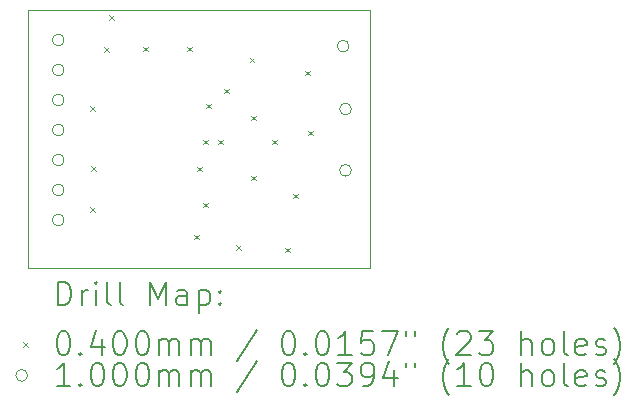
<source format=gbr>
%TF.GenerationSoftware,KiCad,Pcbnew,(6.0.9)*%
%TF.CreationDate,2023-09-05T16:33:00-05:00*%
%TF.ProjectId,Pulse_Temp,50756c73-655f-4546-956d-702e6b696361,rev?*%
%TF.SameCoordinates,Original*%
%TF.FileFunction,Drillmap*%
%TF.FilePolarity,Positive*%
%FSLAX45Y45*%
G04 Gerber Fmt 4.5, Leading zero omitted, Abs format (unit mm)*
G04 Created by KiCad (PCBNEW (6.0.9)) date 2023-09-05 16:33:00*
%MOMM*%
%LPD*%
G01*
G04 APERTURE LIST*
%ADD10C,0.100000*%
%ADD11C,0.200000*%
%ADD12C,0.040000*%
G04 APERTURE END LIST*
D10*
X18237200Y-9245600D02*
X15341600Y-9245600D01*
X15341600Y-7061200D01*
X18237200Y-7061200D01*
X18237200Y-9245600D01*
D11*
D12*
X15866017Y-7874808D02*
X15906017Y-7914808D01*
X15906017Y-7874808D02*
X15866017Y-7914808D01*
X15868130Y-8730730D02*
X15908130Y-8770730D01*
X15908130Y-8730730D02*
X15868130Y-8770730D01*
X15875970Y-8381670D02*
X15915970Y-8421670D01*
X15915970Y-8381670D02*
X15875970Y-8421670D01*
X15982000Y-7375150D02*
X16022000Y-7415150D01*
X16022000Y-7375150D02*
X15982000Y-7415150D01*
X16027720Y-7102160D02*
X16067720Y-7142160D01*
X16067720Y-7102160D02*
X16027720Y-7142160D01*
X16312200Y-7371400D02*
X16352200Y-7411400D01*
X16352200Y-7371400D02*
X16312200Y-7411400D01*
X16688120Y-7371400D02*
X16728120Y-7411400D01*
X16728120Y-7371400D02*
X16688120Y-7411400D01*
X16744000Y-8961440D02*
X16784000Y-9001440D01*
X16784000Y-8961440D02*
X16744000Y-9001440D01*
X16769400Y-8387400D02*
X16809400Y-8427400D01*
X16809400Y-8387400D02*
X16769400Y-8427400D01*
X16820200Y-8158800D02*
X16860200Y-8198800D01*
X16860200Y-8158800D02*
X16820200Y-8198800D01*
X16820200Y-8692200D02*
X16860200Y-8732200D01*
X16860200Y-8692200D02*
X16820200Y-8732200D01*
X16845600Y-7854000D02*
X16885600Y-7894000D01*
X16885600Y-7854000D02*
X16845600Y-7894000D01*
X16947200Y-8158800D02*
X16987200Y-8198800D01*
X16987200Y-8158800D02*
X16947200Y-8198800D01*
X16998000Y-7727000D02*
X17038000Y-7767000D01*
X17038000Y-7727000D02*
X16998000Y-7767000D01*
X17104680Y-9052880D02*
X17144680Y-9092880D01*
X17144680Y-9052880D02*
X17104680Y-9092880D01*
X17216440Y-7462840D02*
X17256440Y-7502840D01*
X17256440Y-7462840D02*
X17216440Y-7502840D01*
X17226600Y-7955600D02*
X17266600Y-7995600D01*
X17266600Y-7955600D02*
X17226600Y-7995600D01*
X17226600Y-8463600D02*
X17266600Y-8503600D01*
X17266600Y-8463600D02*
X17226600Y-8503600D01*
X17404400Y-8158800D02*
X17444400Y-8198800D01*
X17444400Y-8158800D02*
X17404400Y-8198800D01*
X17516160Y-9073200D02*
X17556160Y-9113200D01*
X17556160Y-9073200D02*
X17516160Y-9113200D01*
X17582630Y-8615570D02*
X17622630Y-8655570D01*
X17622630Y-8615570D02*
X17582630Y-8655570D01*
X17683800Y-7574600D02*
X17723800Y-7614600D01*
X17723800Y-7574600D02*
X17683800Y-7614600D01*
X17709200Y-8082600D02*
X17749200Y-8122600D01*
X17749200Y-8082600D02*
X17709200Y-8122600D01*
D10*
X15645600Y-7314700D02*
G75*
G03*
X15645600Y-7314700I-50000J0D01*
G01*
X15645600Y-7568700D02*
G75*
G03*
X15645600Y-7568700I-50000J0D01*
G01*
X15645600Y-7822700D02*
G75*
G03*
X15645600Y-7822700I-50000J0D01*
G01*
X15645600Y-8076700D02*
G75*
G03*
X15645600Y-8076700I-50000J0D01*
G01*
X15645600Y-8330700D02*
G75*
G03*
X15645600Y-8330700I-50000J0D01*
G01*
X15645600Y-8584700D02*
G75*
G03*
X15645600Y-8584700I-50000J0D01*
G01*
X15645600Y-8838700D02*
G75*
G03*
X15645600Y-8838700I-50000J0D01*
G01*
X18058600Y-7366000D02*
G75*
G03*
X18058600Y-7366000I-50000J0D01*
G01*
X18078920Y-7899400D02*
G75*
G03*
X18078920Y-7899400I-50000J0D01*
G01*
X18078920Y-8417560D02*
G75*
G03*
X18078920Y-8417560I-50000J0D01*
G01*
D11*
X15594219Y-9561076D02*
X15594219Y-9361076D01*
X15641838Y-9361076D01*
X15670409Y-9370600D01*
X15689457Y-9389648D01*
X15698981Y-9408695D01*
X15708505Y-9446790D01*
X15708505Y-9475362D01*
X15698981Y-9513457D01*
X15689457Y-9532505D01*
X15670409Y-9551552D01*
X15641838Y-9561076D01*
X15594219Y-9561076D01*
X15794219Y-9561076D02*
X15794219Y-9427743D01*
X15794219Y-9465838D02*
X15803743Y-9446790D01*
X15813267Y-9437267D01*
X15832314Y-9427743D01*
X15851362Y-9427743D01*
X15918028Y-9561076D02*
X15918028Y-9427743D01*
X15918028Y-9361076D02*
X15908505Y-9370600D01*
X15918028Y-9380124D01*
X15927552Y-9370600D01*
X15918028Y-9361076D01*
X15918028Y-9380124D01*
X16041838Y-9561076D02*
X16022790Y-9551552D01*
X16013267Y-9532505D01*
X16013267Y-9361076D01*
X16146600Y-9561076D02*
X16127552Y-9551552D01*
X16118028Y-9532505D01*
X16118028Y-9361076D01*
X16375171Y-9561076D02*
X16375171Y-9361076D01*
X16441838Y-9503933D01*
X16508505Y-9361076D01*
X16508505Y-9561076D01*
X16689457Y-9561076D02*
X16689457Y-9456314D01*
X16679933Y-9437267D01*
X16660886Y-9427743D01*
X16622790Y-9427743D01*
X16603743Y-9437267D01*
X16689457Y-9551552D02*
X16670409Y-9561076D01*
X16622790Y-9561076D01*
X16603743Y-9551552D01*
X16594219Y-9532505D01*
X16594219Y-9513457D01*
X16603743Y-9494410D01*
X16622790Y-9484886D01*
X16670409Y-9484886D01*
X16689457Y-9475362D01*
X16784695Y-9427743D02*
X16784695Y-9627743D01*
X16784695Y-9437267D02*
X16803743Y-9427743D01*
X16841838Y-9427743D01*
X16860886Y-9437267D01*
X16870410Y-9446790D01*
X16879933Y-9465838D01*
X16879933Y-9522981D01*
X16870410Y-9542029D01*
X16860886Y-9551552D01*
X16841838Y-9561076D01*
X16803743Y-9561076D01*
X16784695Y-9551552D01*
X16965648Y-9542029D02*
X16975171Y-9551552D01*
X16965648Y-9561076D01*
X16956124Y-9551552D01*
X16965648Y-9542029D01*
X16965648Y-9561076D01*
X16965648Y-9437267D02*
X16975171Y-9446790D01*
X16965648Y-9456314D01*
X16956124Y-9446790D01*
X16965648Y-9437267D01*
X16965648Y-9456314D01*
D12*
X15296600Y-9870600D02*
X15336600Y-9910600D01*
X15336600Y-9870600D02*
X15296600Y-9910600D01*
D11*
X15632314Y-9781076D02*
X15651362Y-9781076D01*
X15670409Y-9790600D01*
X15679933Y-9800124D01*
X15689457Y-9819171D01*
X15698981Y-9857267D01*
X15698981Y-9904886D01*
X15689457Y-9942981D01*
X15679933Y-9962029D01*
X15670409Y-9971552D01*
X15651362Y-9981076D01*
X15632314Y-9981076D01*
X15613267Y-9971552D01*
X15603743Y-9962029D01*
X15594219Y-9942981D01*
X15584695Y-9904886D01*
X15584695Y-9857267D01*
X15594219Y-9819171D01*
X15603743Y-9800124D01*
X15613267Y-9790600D01*
X15632314Y-9781076D01*
X15784695Y-9962029D02*
X15794219Y-9971552D01*
X15784695Y-9981076D01*
X15775171Y-9971552D01*
X15784695Y-9962029D01*
X15784695Y-9981076D01*
X15965648Y-9847743D02*
X15965648Y-9981076D01*
X15918028Y-9771552D02*
X15870409Y-9914410D01*
X15994219Y-9914410D01*
X16108505Y-9781076D02*
X16127552Y-9781076D01*
X16146600Y-9790600D01*
X16156124Y-9800124D01*
X16165648Y-9819171D01*
X16175171Y-9857267D01*
X16175171Y-9904886D01*
X16165648Y-9942981D01*
X16156124Y-9962029D01*
X16146600Y-9971552D01*
X16127552Y-9981076D01*
X16108505Y-9981076D01*
X16089457Y-9971552D01*
X16079933Y-9962029D01*
X16070409Y-9942981D01*
X16060886Y-9904886D01*
X16060886Y-9857267D01*
X16070409Y-9819171D01*
X16079933Y-9800124D01*
X16089457Y-9790600D01*
X16108505Y-9781076D01*
X16298981Y-9781076D02*
X16318028Y-9781076D01*
X16337076Y-9790600D01*
X16346600Y-9800124D01*
X16356124Y-9819171D01*
X16365648Y-9857267D01*
X16365648Y-9904886D01*
X16356124Y-9942981D01*
X16346600Y-9962029D01*
X16337076Y-9971552D01*
X16318028Y-9981076D01*
X16298981Y-9981076D01*
X16279933Y-9971552D01*
X16270409Y-9962029D01*
X16260886Y-9942981D01*
X16251362Y-9904886D01*
X16251362Y-9857267D01*
X16260886Y-9819171D01*
X16270409Y-9800124D01*
X16279933Y-9790600D01*
X16298981Y-9781076D01*
X16451362Y-9981076D02*
X16451362Y-9847743D01*
X16451362Y-9866790D02*
X16460886Y-9857267D01*
X16479933Y-9847743D01*
X16508505Y-9847743D01*
X16527552Y-9857267D01*
X16537076Y-9876314D01*
X16537076Y-9981076D01*
X16537076Y-9876314D02*
X16546600Y-9857267D01*
X16565648Y-9847743D01*
X16594219Y-9847743D01*
X16613267Y-9857267D01*
X16622790Y-9876314D01*
X16622790Y-9981076D01*
X16718028Y-9981076D02*
X16718028Y-9847743D01*
X16718028Y-9866790D02*
X16727552Y-9857267D01*
X16746600Y-9847743D01*
X16775171Y-9847743D01*
X16794219Y-9857267D01*
X16803743Y-9876314D01*
X16803743Y-9981076D01*
X16803743Y-9876314D02*
X16813267Y-9857267D01*
X16832314Y-9847743D01*
X16860886Y-9847743D01*
X16879933Y-9857267D01*
X16889457Y-9876314D01*
X16889457Y-9981076D01*
X17279933Y-9771552D02*
X17108505Y-10028695D01*
X17537076Y-9781076D02*
X17556124Y-9781076D01*
X17575171Y-9790600D01*
X17584695Y-9800124D01*
X17594219Y-9819171D01*
X17603743Y-9857267D01*
X17603743Y-9904886D01*
X17594219Y-9942981D01*
X17584695Y-9962029D01*
X17575171Y-9971552D01*
X17556124Y-9981076D01*
X17537076Y-9981076D01*
X17518029Y-9971552D01*
X17508505Y-9962029D01*
X17498981Y-9942981D01*
X17489457Y-9904886D01*
X17489457Y-9857267D01*
X17498981Y-9819171D01*
X17508505Y-9800124D01*
X17518029Y-9790600D01*
X17537076Y-9781076D01*
X17689457Y-9962029D02*
X17698981Y-9971552D01*
X17689457Y-9981076D01*
X17679933Y-9971552D01*
X17689457Y-9962029D01*
X17689457Y-9981076D01*
X17822790Y-9781076D02*
X17841838Y-9781076D01*
X17860886Y-9790600D01*
X17870410Y-9800124D01*
X17879933Y-9819171D01*
X17889457Y-9857267D01*
X17889457Y-9904886D01*
X17879933Y-9942981D01*
X17870410Y-9962029D01*
X17860886Y-9971552D01*
X17841838Y-9981076D01*
X17822790Y-9981076D01*
X17803743Y-9971552D01*
X17794219Y-9962029D01*
X17784695Y-9942981D01*
X17775171Y-9904886D01*
X17775171Y-9857267D01*
X17784695Y-9819171D01*
X17794219Y-9800124D01*
X17803743Y-9790600D01*
X17822790Y-9781076D01*
X18079933Y-9981076D02*
X17965648Y-9981076D01*
X18022790Y-9981076D02*
X18022790Y-9781076D01*
X18003743Y-9809648D01*
X17984695Y-9828695D01*
X17965648Y-9838219D01*
X18260886Y-9781076D02*
X18165648Y-9781076D01*
X18156124Y-9876314D01*
X18165648Y-9866790D01*
X18184695Y-9857267D01*
X18232314Y-9857267D01*
X18251362Y-9866790D01*
X18260886Y-9876314D01*
X18270410Y-9895362D01*
X18270410Y-9942981D01*
X18260886Y-9962029D01*
X18251362Y-9971552D01*
X18232314Y-9981076D01*
X18184695Y-9981076D01*
X18165648Y-9971552D01*
X18156124Y-9962029D01*
X18337076Y-9781076D02*
X18470410Y-9781076D01*
X18384695Y-9981076D01*
X18537076Y-9781076D02*
X18537076Y-9819171D01*
X18613267Y-9781076D02*
X18613267Y-9819171D01*
X18908505Y-10057267D02*
X18898981Y-10047743D01*
X18879933Y-10019171D01*
X18870410Y-10000124D01*
X18860886Y-9971552D01*
X18851362Y-9923933D01*
X18851362Y-9885838D01*
X18860886Y-9838219D01*
X18870410Y-9809648D01*
X18879933Y-9790600D01*
X18898981Y-9762029D01*
X18908505Y-9752505D01*
X18975171Y-9800124D02*
X18984695Y-9790600D01*
X19003743Y-9781076D01*
X19051362Y-9781076D01*
X19070410Y-9790600D01*
X19079933Y-9800124D01*
X19089457Y-9819171D01*
X19089457Y-9838219D01*
X19079933Y-9866790D01*
X18965648Y-9981076D01*
X19089457Y-9981076D01*
X19156124Y-9781076D02*
X19279933Y-9781076D01*
X19213267Y-9857267D01*
X19241838Y-9857267D01*
X19260886Y-9866790D01*
X19270410Y-9876314D01*
X19279933Y-9895362D01*
X19279933Y-9942981D01*
X19270410Y-9962029D01*
X19260886Y-9971552D01*
X19241838Y-9981076D01*
X19184695Y-9981076D01*
X19165648Y-9971552D01*
X19156124Y-9962029D01*
X19518029Y-9981076D02*
X19518029Y-9781076D01*
X19603743Y-9981076D02*
X19603743Y-9876314D01*
X19594219Y-9857267D01*
X19575171Y-9847743D01*
X19546600Y-9847743D01*
X19527552Y-9857267D01*
X19518029Y-9866790D01*
X19727552Y-9981076D02*
X19708505Y-9971552D01*
X19698981Y-9962029D01*
X19689457Y-9942981D01*
X19689457Y-9885838D01*
X19698981Y-9866790D01*
X19708505Y-9857267D01*
X19727552Y-9847743D01*
X19756124Y-9847743D01*
X19775171Y-9857267D01*
X19784695Y-9866790D01*
X19794219Y-9885838D01*
X19794219Y-9942981D01*
X19784695Y-9962029D01*
X19775171Y-9971552D01*
X19756124Y-9981076D01*
X19727552Y-9981076D01*
X19908505Y-9981076D02*
X19889457Y-9971552D01*
X19879933Y-9952505D01*
X19879933Y-9781076D01*
X20060886Y-9971552D02*
X20041838Y-9981076D01*
X20003743Y-9981076D01*
X19984695Y-9971552D01*
X19975171Y-9952505D01*
X19975171Y-9876314D01*
X19984695Y-9857267D01*
X20003743Y-9847743D01*
X20041838Y-9847743D01*
X20060886Y-9857267D01*
X20070410Y-9876314D01*
X20070410Y-9895362D01*
X19975171Y-9914410D01*
X20146600Y-9971552D02*
X20165648Y-9981076D01*
X20203743Y-9981076D01*
X20222790Y-9971552D01*
X20232314Y-9952505D01*
X20232314Y-9942981D01*
X20222790Y-9923933D01*
X20203743Y-9914410D01*
X20175171Y-9914410D01*
X20156124Y-9904886D01*
X20146600Y-9885838D01*
X20146600Y-9876314D01*
X20156124Y-9857267D01*
X20175171Y-9847743D01*
X20203743Y-9847743D01*
X20222790Y-9857267D01*
X20298981Y-10057267D02*
X20308505Y-10047743D01*
X20327552Y-10019171D01*
X20337076Y-10000124D01*
X20346600Y-9971552D01*
X20356124Y-9923933D01*
X20356124Y-9885838D01*
X20346600Y-9838219D01*
X20337076Y-9809648D01*
X20327552Y-9790600D01*
X20308505Y-9762029D01*
X20298981Y-9752505D01*
D10*
X15336600Y-10154600D02*
G75*
G03*
X15336600Y-10154600I-50000J0D01*
G01*
D11*
X15698981Y-10245076D02*
X15584695Y-10245076D01*
X15641838Y-10245076D02*
X15641838Y-10045076D01*
X15622790Y-10073648D01*
X15603743Y-10092695D01*
X15584695Y-10102219D01*
X15784695Y-10226029D02*
X15794219Y-10235552D01*
X15784695Y-10245076D01*
X15775171Y-10235552D01*
X15784695Y-10226029D01*
X15784695Y-10245076D01*
X15918028Y-10045076D02*
X15937076Y-10045076D01*
X15956124Y-10054600D01*
X15965648Y-10064124D01*
X15975171Y-10083171D01*
X15984695Y-10121267D01*
X15984695Y-10168886D01*
X15975171Y-10206981D01*
X15965648Y-10226029D01*
X15956124Y-10235552D01*
X15937076Y-10245076D01*
X15918028Y-10245076D01*
X15898981Y-10235552D01*
X15889457Y-10226029D01*
X15879933Y-10206981D01*
X15870409Y-10168886D01*
X15870409Y-10121267D01*
X15879933Y-10083171D01*
X15889457Y-10064124D01*
X15898981Y-10054600D01*
X15918028Y-10045076D01*
X16108505Y-10045076D02*
X16127552Y-10045076D01*
X16146600Y-10054600D01*
X16156124Y-10064124D01*
X16165648Y-10083171D01*
X16175171Y-10121267D01*
X16175171Y-10168886D01*
X16165648Y-10206981D01*
X16156124Y-10226029D01*
X16146600Y-10235552D01*
X16127552Y-10245076D01*
X16108505Y-10245076D01*
X16089457Y-10235552D01*
X16079933Y-10226029D01*
X16070409Y-10206981D01*
X16060886Y-10168886D01*
X16060886Y-10121267D01*
X16070409Y-10083171D01*
X16079933Y-10064124D01*
X16089457Y-10054600D01*
X16108505Y-10045076D01*
X16298981Y-10045076D02*
X16318028Y-10045076D01*
X16337076Y-10054600D01*
X16346600Y-10064124D01*
X16356124Y-10083171D01*
X16365648Y-10121267D01*
X16365648Y-10168886D01*
X16356124Y-10206981D01*
X16346600Y-10226029D01*
X16337076Y-10235552D01*
X16318028Y-10245076D01*
X16298981Y-10245076D01*
X16279933Y-10235552D01*
X16270409Y-10226029D01*
X16260886Y-10206981D01*
X16251362Y-10168886D01*
X16251362Y-10121267D01*
X16260886Y-10083171D01*
X16270409Y-10064124D01*
X16279933Y-10054600D01*
X16298981Y-10045076D01*
X16451362Y-10245076D02*
X16451362Y-10111743D01*
X16451362Y-10130790D02*
X16460886Y-10121267D01*
X16479933Y-10111743D01*
X16508505Y-10111743D01*
X16527552Y-10121267D01*
X16537076Y-10140314D01*
X16537076Y-10245076D01*
X16537076Y-10140314D02*
X16546600Y-10121267D01*
X16565648Y-10111743D01*
X16594219Y-10111743D01*
X16613267Y-10121267D01*
X16622790Y-10140314D01*
X16622790Y-10245076D01*
X16718028Y-10245076D02*
X16718028Y-10111743D01*
X16718028Y-10130790D02*
X16727552Y-10121267D01*
X16746600Y-10111743D01*
X16775171Y-10111743D01*
X16794219Y-10121267D01*
X16803743Y-10140314D01*
X16803743Y-10245076D01*
X16803743Y-10140314D02*
X16813267Y-10121267D01*
X16832314Y-10111743D01*
X16860886Y-10111743D01*
X16879933Y-10121267D01*
X16889457Y-10140314D01*
X16889457Y-10245076D01*
X17279933Y-10035552D02*
X17108505Y-10292695D01*
X17537076Y-10045076D02*
X17556124Y-10045076D01*
X17575171Y-10054600D01*
X17584695Y-10064124D01*
X17594219Y-10083171D01*
X17603743Y-10121267D01*
X17603743Y-10168886D01*
X17594219Y-10206981D01*
X17584695Y-10226029D01*
X17575171Y-10235552D01*
X17556124Y-10245076D01*
X17537076Y-10245076D01*
X17518029Y-10235552D01*
X17508505Y-10226029D01*
X17498981Y-10206981D01*
X17489457Y-10168886D01*
X17489457Y-10121267D01*
X17498981Y-10083171D01*
X17508505Y-10064124D01*
X17518029Y-10054600D01*
X17537076Y-10045076D01*
X17689457Y-10226029D02*
X17698981Y-10235552D01*
X17689457Y-10245076D01*
X17679933Y-10235552D01*
X17689457Y-10226029D01*
X17689457Y-10245076D01*
X17822790Y-10045076D02*
X17841838Y-10045076D01*
X17860886Y-10054600D01*
X17870410Y-10064124D01*
X17879933Y-10083171D01*
X17889457Y-10121267D01*
X17889457Y-10168886D01*
X17879933Y-10206981D01*
X17870410Y-10226029D01*
X17860886Y-10235552D01*
X17841838Y-10245076D01*
X17822790Y-10245076D01*
X17803743Y-10235552D01*
X17794219Y-10226029D01*
X17784695Y-10206981D01*
X17775171Y-10168886D01*
X17775171Y-10121267D01*
X17784695Y-10083171D01*
X17794219Y-10064124D01*
X17803743Y-10054600D01*
X17822790Y-10045076D01*
X17956124Y-10045076D02*
X18079933Y-10045076D01*
X18013267Y-10121267D01*
X18041838Y-10121267D01*
X18060886Y-10130790D01*
X18070410Y-10140314D01*
X18079933Y-10159362D01*
X18079933Y-10206981D01*
X18070410Y-10226029D01*
X18060886Y-10235552D01*
X18041838Y-10245076D01*
X17984695Y-10245076D01*
X17965648Y-10235552D01*
X17956124Y-10226029D01*
X18175171Y-10245076D02*
X18213267Y-10245076D01*
X18232314Y-10235552D01*
X18241838Y-10226029D01*
X18260886Y-10197457D01*
X18270410Y-10159362D01*
X18270410Y-10083171D01*
X18260886Y-10064124D01*
X18251362Y-10054600D01*
X18232314Y-10045076D01*
X18194219Y-10045076D01*
X18175171Y-10054600D01*
X18165648Y-10064124D01*
X18156124Y-10083171D01*
X18156124Y-10130790D01*
X18165648Y-10149838D01*
X18175171Y-10159362D01*
X18194219Y-10168886D01*
X18232314Y-10168886D01*
X18251362Y-10159362D01*
X18260886Y-10149838D01*
X18270410Y-10130790D01*
X18441838Y-10111743D02*
X18441838Y-10245076D01*
X18394219Y-10035552D02*
X18346600Y-10178410D01*
X18470410Y-10178410D01*
X18537076Y-10045076D02*
X18537076Y-10083171D01*
X18613267Y-10045076D02*
X18613267Y-10083171D01*
X18908505Y-10321267D02*
X18898981Y-10311743D01*
X18879933Y-10283171D01*
X18870410Y-10264124D01*
X18860886Y-10235552D01*
X18851362Y-10187933D01*
X18851362Y-10149838D01*
X18860886Y-10102219D01*
X18870410Y-10073648D01*
X18879933Y-10054600D01*
X18898981Y-10026029D01*
X18908505Y-10016505D01*
X19089457Y-10245076D02*
X18975171Y-10245076D01*
X19032314Y-10245076D02*
X19032314Y-10045076D01*
X19013267Y-10073648D01*
X18994219Y-10092695D01*
X18975171Y-10102219D01*
X19213267Y-10045076D02*
X19232314Y-10045076D01*
X19251362Y-10054600D01*
X19260886Y-10064124D01*
X19270410Y-10083171D01*
X19279933Y-10121267D01*
X19279933Y-10168886D01*
X19270410Y-10206981D01*
X19260886Y-10226029D01*
X19251362Y-10235552D01*
X19232314Y-10245076D01*
X19213267Y-10245076D01*
X19194219Y-10235552D01*
X19184695Y-10226029D01*
X19175171Y-10206981D01*
X19165648Y-10168886D01*
X19165648Y-10121267D01*
X19175171Y-10083171D01*
X19184695Y-10064124D01*
X19194219Y-10054600D01*
X19213267Y-10045076D01*
X19518029Y-10245076D02*
X19518029Y-10045076D01*
X19603743Y-10245076D02*
X19603743Y-10140314D01*
X19594219Y-10121267D01*
X19575171Y-10111743D01*
X19546600Y-10111743D01*
X19527552Y-10121267D01*
X19518029Y-10130790D01*
X19727552Y-10245076D02*
X19708505Y-10235552D01*
X19698981Y-10226029D01*
X19689457Y-10206981D01*
X19689457Y-10149838D01*
X19698981Y-10130790D01*
X19708505Y-10121267D01*
X19727552Y-10111743D01*
X19756124Y-10111743D01*
X19775171Y-10121267D01*
X19784695Y-10130790D01*
X19794219Y-10149838D01*
X19794219Y-10206981D01*
X19784695Y-10226029D01*
X19775171Y-10235552D01*
X19756124Y-10245076D01*
X19727552Y-10245076D01*
X19908505Y-10245076D02*
X19889457Y-10235552D01*
X19879933Y-10216505D01*
X19879933Y-10045076D01*
X20060886Y-10235552D02*
X20041838Y-10245076D01*
X20003743Y-10245076D01*
X19984695Y-10235552D01*
X19975171Y-10216505D01*
X19975171Y-10140314D01*
X19984695Y-10121267D01*
X20003743Y-10111743D01*
X20041838Y-10111743D01*
X20060886Y-10121267D01*
X20070410Y-10140314D01*
X20070410Y-10159362D01*
X19975171Y-10178410D01*
X20146600Y-10235552D02*
X20165648Y-10245076D01*
X20203743Y-10245076D01*
X20222790Y-10235552D01*
X20232314Y-10216505D01*
X20232314Y-10206981D01*
X20222790Y-10187933D01*
X20203743Y-10178410D01*
X20175171Y-10178410D01*
X20156124Y-10168886D01*
X20146600Y-10149838D01*
X20146600Y-10140314D01*
X20156124Y-10121267D01*
X20175171Y-10111743D01*
X20203743Y-10111743D01*
X20222790Y-10121267D01*
X20298981Y-10321267D02*
X20308505Y-10311743D01*
X20327552Y-10283171D01*
X20337076Y-10264124D01*
X20346600Y-10235552D01*
X20356124Y-10187933D01*
X20356124Y-10149838D01*
X20346600Y-10102219D01*
X20337076Y-10073648D01*
X20327552Y-10054600D01*
X20308505Y-10026029D01*
X20298981Y-10016505D01*
M02*

</source>
